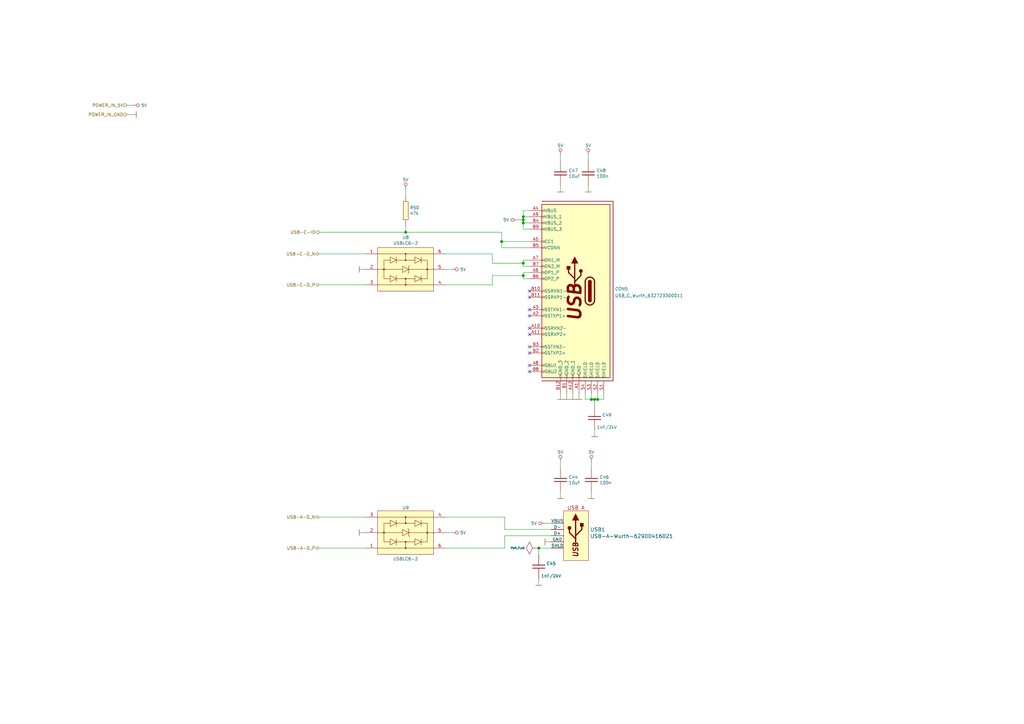
<source format=kicad_sch>
(kicad_sch (version 20211123) (generator eeschema)
  (paper "A3")
  (title_block (title "USB Section") (date "2021-01-13") (rev "V1.0") (company "Embedded System Labs"))
  (lib_symbols
    (symbol "Capacitors_Smd0603:100n" (pin_numbers hide) (pin_names (offset 0.254))
      (property "Reference" "C" (at 1.27 2.54 0))
      (property "Value" "100n" (at 1.27 -2.54 0))
      (symbol "100n_0_1"
        (polyline (pts (xy 2.54 -0.635) (xy -2.54 -0.635) (xy -2.54 -0.635)) (stroke (width 0.3048)))
        (polyline (pts (xy 2.54 0.635) (xy -2.54 0.635) (xy -2.54 0.635)) (stroke (width 0.3048)))
      )
      (symbol "100n_1_1"
        (pin passive line (at 0 5.08 270) (length 4.4704) (name "~") (number "1"))
        (pin passive line (at 0 -5.08 90) (length 4.4704) (name "~") (number "2"))
      )
    )
    (symbol "Capacitors_Smd0603:10uF" (pin_numbers hide) (pin_names (offset 1.016) hide)
      (property "Reference" "C" (at -3.81 0 90))
      (property "Value" "10uF" (at 3.81 0 90))
      (symbol "10uF_1_1"
        (polyline (pts (xy 2.54 -0.635) (xy -2.54 -0.635) (xy -2.54 -0.635)) (stroke (width 0.3048)))
        (polyline (pts (xy 2.54 0.635) (xy -2.54 0.635) (xy -2.54 0.635)) (stroke (width 0.3048)))
        (pin passive line (at 0 5.08 270) (length 4.4704) (name "~") (number "1"))
        (pin passive line (at 0 -5.08 90) (length 4.4704) (name "~") (number "2"))
      )
    )
    (symbol "Capacitors_Smd1206:1nF_2kV_1206" (pin_numbers hide) (pin_names (offset 1.016) hide)
      (property "Reference" "C" (at 1.27 2.54 0))
      (property "Value" "1nF_2kV_1206" (at 7.62 -2.54 0))
      (symbol "1nF_2kV_1206_1_1"
        (polyline (pts (xy 2.54 -0.635) (xy -2.54 -0.635) (xy -2.54 -0.635)) (stroke (width 0.3048)))
        (polyline (pts (xy 2.54 0.635) (xy -2.54 0.635) (xy -2.54 0.635)) (stroke (width 0.3048)))
        (pin input line (at 0 5.08 270) (length 4.4704) (name "~") (number "1"))
        (pin input line (at 0 -5.08 90) (length 4.4704) (name "~") (number "2"))
      )
    )
    (symbol "Resistors_Smd0603:47k" (pin_numbers hide) (pin_names (offset 0))
      (property "Reference" "R" (at 2.032 0 90))
      (property "Value" "47k" (at -2.54 0 90))
      (symbol "47k_0_1"
        (rectangle (start -1.016 3.81) (end 1.016 -3.81) (fill (type background)))
      )
      (symbol "47k_1_1"
        (pin passive line (at 0 6.35 270) (length 2.54) (name "~") (number "1"))
        (pin passive line (at 0 -6.35 90) (length 2.54) (name "~") (number "2"))
      )
    )
    (symbol "USB_Connectors:USB-A-Wurth-62900416021" (pin_numbers hide) (pin_names (offset 0))
      (property "Reference" "USB" (at 0 -11.43 0))
      (property "Value" "USB-A-Wurth-62900416021" (at 0 11.43 0))
      (symbol "USB-A-Wurth-62900416021_0_0"
        (text "USB A" (at 0 11.43 0) (effects (font (size 1.524 1.524))))
      )
      (symbol "USB-A-Wurth-62900416021_1_1"
        (circle (center -2.667 3.175) (radius 0.635) (stroke (width 0.254)) (fill (type outline)))
        (polyline (pts (xy -0.127 -2.54) (xy -0.127 6.35)) (stroke (width 0.508)))
        (polyline (pts (xy -0.127 -1.27) (xy -2.667 1.27) (xy -2.667 2.54)) (stroke (width 0.508)))
        (polyline (pts (xy -0.127 0) (xy 2.413 2.54) (xy 2.413 3.81)) (stroke (width 0.508)))
        (polyline (pts (xy -1.397 6.35) (xy -0.127 8.89) (xy 1.143 6.35) (xy -1.397 6.35)) (stroke (width 0.254)) (fill (type outline)))
        (rectangle (start 1.778 3.81) (end 3.048 5.08) (stroke (width 0.254)) (fill (type outline)))
        (rectangle (start 5.08 -10.16) (end -5.08 10.16) (fill (type background)))
        (text "USB" (at -0.127 -5.715 900) (effects (font (size 2.0066 2.0066) bold italic)))
        (pin power_out line (at -10.16 5.08 0) (length 5.08) (name "VBUS") (number "1"))
        (pin bidirectional line (at -10.16 2.54 0) (length 5.08) (name "D-") (number "2"))
        (pin bidirectional line (at -10.16 0 0) (length 5.08) (name "D+") (number "3"))
        (pin passive line (at -10.16 -2.54 0) (length 5.08) (name "GND") (number "4"))
        (pin input line (at -10.16 -5.08 0) (length 5.08) (name "SHLD") (number "SH"))
      )
    )
    (symbol "USB_Connectors:USB_C_Wurth_632723300011" (pin_names (offset 1.016))
      (property "Reference" "Con" (at 2.54 41.91 0))
      (property "Value" "USB_C_Wurth_632723300011" (at 2.54 39.37 0))
      (symbol "USB_C_Wurth_632723300011_0_1"
        (polyline (pts (xy 13.97 -36.83) (xy -15.24 -36.83) (xy -15.24 36.83) (xy 13.97 36.83)) (stroke (width 0.254)))
      )
      (symbol "USB_C_Wurth_632723300011_1_0"
        (rectangle (start -1.524 -35.56) (end -1.016 -34.544))
        (rectangle (start 1.016 -35.56) (end 1.524 -34.544))
        (rectangle (start 3.556 -35.56) (end 4.064 -34.544))
        (rectangle (start 6.096 -35.56) (end 6.604 -34.544))
        (rectangle (start 13.97 -32.766) (end 12.954 -33.274))
        (rectangle (start 13.97 -30.226) (end 12.954 -30.734))
        (rectangle (start 13.97 -25.146) (end 12.954 -25.654))
        (rectangle (start 13.97 -22.606) (end 12.954 -23.114))
        (rectangle (start 13.97 -17.526) (end 12.954 -18.034))
        (rectangle (start 13.97 -14.986) (end 12.954 -15.494))
        (rectangle (start 13.97 -9.906) (end 12.954 -10.414))
        (rectangle (start 13.97 -7.366) (end 12.954 -7.874))
        (rectangle (start 13.97 -2.286) (end 12.954 -2.794))
        (rectangle (start 13.97 0.254) (end 12.954 -0.254))
        (rectangle (start 13.97 5.334) (end 12.954 4.826))
        (rectangle (start 13.97 7.874) (end 12.954 7.366))
        (rectangle (start 13.97 10.414) (end 12.954 9.906))
        (rectangle (start 13.97 12.954) (end 12.954 12.446))
        (rectangle (start 13.97 18.034) (end 12.954 17.526))
        (rectangle (start 13.97 20.574) (end 12.954 20.066))
        (rectangle (start 13.97 25.654) (end 12.954 25.146))
        (rectangle (start 13.97 28.194) (end 12.954 27.686))
        (rectangle (start 13.97 30.734) (end 12.954 30.226))
        (rectangle (start 13.97 33.274) (end 12.954 32.766))
        (text "USB" (at 0.508 -4.445 900) (effects (font (size 5.08 5.08) bold italic)))
      )
      (symbol "USB_C_Wurth_632723300011_1_1"
        (rectangle (start -13.97 35.56) (end 13.97 -35.56) (stroke (width 0.254)) (fill (type background)))
        (arc (start -7.62 -3.81) (mid -5.715 -5.715) (end -3.81 -3.81) (stroke (width 0.508)))
        (arc (start -6.35 -3.81) (mid -5.715 -4.445) (end -5.08 -3.81) (stroke (width 0.254)))
        (arc (start -6.35 -3.81) (mid -5.715 -4.445) (end -5.08 -3.81) (stroke (width 0.254)) (fill (type outline)))
        (rectangle (start -6.35 -3.81) (end -5.08 3.81) (stroke (width 0.254)) (fill (type outline)))
        (arc (start -5.08 3.81) (mid -5.715 4.445) (end -6.35 3.81) (stroke (width 0.254)))
        (arc (start -5.08 3.81) (mid -5.715 4.445) (end -6.35 3.81) (stroke (width 0.254)) (fill (type outline)))
        (arc (start -3.81 3.81) (mid -5.715 5.715) (end -7.62 3.81) (stroke (width 0.508)))
        (circle (center -2.032 8.255) (radius 0.635) (stroke (width 0.254)) (fill (type outline)))
        (polyline (pts (xy -7.62 -3.81) (xy -7.62 3.81)) (stroke (width 0.508)))
        (polyline (pts (xy -3.81 3.81) (xy -3.81 -3.81)) (stroke (width 0.508)))
        (polyline (pts (xy 0.508 2.54) (xy 0.508 11.43)) (stroke (width 0.508)))
        (polyline (pts (xy 0.508 3.81) (xy -2.032 6.35) (xy -2.032 7.62)) (stroke (width 0.508)))
        (polyline (pts (xy 0.508 5.08) (xy 3.048 7.62) (xy 3.048 8.89)) (stroke (width 0.508)))
        (polyline (pts (xy -0.762 11.43) (xy 0.508 13.97) (xy 1.778 11.43) (xy -0.762 11.43)) (stroke (width 0.254)) (fill (type outline)))
        (rectangle (start 2.413 8.89) (end 3.683 10.16) (stroke (width 0.254)) (fill (type outline)))
        (pin power_in line (at -1.27 -41.91 90) (length 6.35) (name "GND") (number "A1"))
        (pin bidirectional line (at 19.05 -15.24 180) (length 5.08) (name "SSRXN2-") (number "A10"))
        (pin bidirectional line (at 19.05 -17.78 180) (length 5.08) (name "SSRXP2+") (number "A11"))
        (pin power_in line (at 1.27 -41.91 90) (length 6.35) (name "GND_1") (number "A12"))
        (pin bidirectional line (at 19.05 -10.16 180) (length 5.08) (name "SSTXP1+") (number "A2"))
        (pin bidirectional line (at 19.05 -7.62 180) (length 5.08) (name "SSTXN1-") (number "A3"))
        (pin passive line (at 19.05 33.02 180) (length 5.08) (name "VBUS") (number "A4"))
        (pin bidirectional line (at 19.05 20.32 180) (length 5.08) (name "CC1") (number "A5"))
        (pin bidirectional line (at 19.05 7.62 180) (length 5.08) (name "DP1_P") (number "A6"))
        (pin bidirectional line (at 19.05 12.7 180) (length 5.08) (name "DN1_M") (number "A7"))
        (pin bidirectional line (at 19.05 -30.48 180) (length 5.08) (name "SBU1") (number "A8"))
        (pin passive line (at 19.05 30.48 180) (length 5.08) (name "VBUS_1") (number "A9"))
        (pin power_in line (at 3.81 -41.91 90) (length 6.35) (name "GND_2") (number "B1"))
        (pin bidirectional line (at 19.05 0 180) (length 5.08) (name "SSRXN1-") (number "B10"))
        (pin bidirectional line (at 19.05 -2.54 180) (length 5.08) (name "SSRXP1-") (number "B11"))
        (pin power_in line (at 6.35 -41.91 90) (length 6.35) (name "GND_3") (number "B12"))
        (pin bidirectional line (at 19.05 -25.4 180) (length 5.08) (name "SSTXP2+") (number "B2"))
        (pin bidirectional line (at 19.05 -22.86 180) (length 5.08) (name "SSTXN2-") (number "B3"))
        (pin passive line (at 19.05 27.94 180) (length 5.08) (name "VBUS_2") (number "B4"))
        (pin bidirectional line (at 19.05 17.78 180) (length 5.08) (name "VCONN") (number "B5"))
        (pin bidirectional line (at 19.05 5.08 180) (length 5.08) (name "DP2_P") (number "B6"))
        (pin bidirectional line (at 19.05 10.16 180) (length 5.08) (name "DN2_M") (number "B7"))
        (pin bidirectional line (at 19.05 -33.02 180) (length 5.08) (name "SBU2") (number "B8"))
        (pin passive line (at 19.05 25.4 180) (length 5.08) (name "VBUS_3") (number "B9"))
        (pin passive line (at -11.43 -41.91 90) (length 5.08) (name "SHIELD") (number "S1"))
        (pin passive line (at -8.89 -41.91 90) (length 5.08) (name "SHIELD") (number "S2"))
        (pin passive line (at -6.35 -41.91 90) (length 5.08) (name "SHIELD") (number "S3"))
        (pin passive line (at -3.81 -41.91 90) (length 5.08) (name "SHIELD") (number "S4"))
      )
    )
    (symbol "esd_protectors:USBLC6-2" (pin_names (offset 1.016))
      (property "Reference" "U" (at -10.16 15.24 0))
      (property "Value" "USBLC6-2" (at -12.7 12.7 0))
      (symbol "USBLC6-2_0_1"
        (polyline (pts (xy -1.651 1.651) (xy -1.27 1.27)))
        (polyline (pts (xy 1.27 1.27) (xy 1.651 0.889)))
      )
      (symbol "USBLC6-2_1_1"
        (rectangle (start -8.89 11.43) (end 8.89 -11.43) (fill (type background)))
        (circle (center -6.35 0) (radius 0.127))
        (circle (center -6.35 0) (radius 0.254))
        (circle (center -3.81 0) (radius 0.127))
        (circle (center -3.81 0) (radius 0.254))
        (circle (center 0 -8.89) (radius 0.127))
        (circle (center 0 -8.89) (radius 0.254))
        (polyline (pts (xy -6.35 -11.43) (xy -6.35 0)))
        (polyline (pts (xy -3.81 -6.35) (xy -3.81 -8.89)))
        (polyline (pts (xy -3.81 -3.81) (xy -3.81 3.81)))
        (polyline (pts (xy -3.81 6.35) (xy -3.81 8.89)))
        (polyline (pts (xy -2.54 -3.81) (xy -5.08 -3.81)))
        (polyline (pts (xy -2.54 6.35) (xy -5.08 6.35)))
        (polyline (pts (xy 0 -8.89) (xy -3.81 -8.89)))
        (polyline (pts (xy 0 -8.89) (xy 0 -11.43)))
        (polyline (pts (xy 0 -8.89) (xy 3.81 -8.89)))
        (polyline (pts (xy 0 -1.27) (xy 0 -8.89)))
        (polyline (pts (xy 0 1.27) (xy 0 8.89)))
        (polyline (pts (xy 0 8.89) (xy 0 11.43)))
        (polyline (pts (xy 1.27 1.27) (xy -1.27 1.27)))
        (polyline (pts (xy 3.81 -6.35) (xy 3.81 -8.89)))
        (polyline (pts (xy 3.81 3.81) (xy 3.81 -3.81)))
        (polyline (pts (xy 3.81 6.35) (xy 3.81 8.89)))
        (polyline (pts (xy 5.08 -3.81) (xy 2.54 -3.81)))
        (polyline (pts (xy 5.08 6.35) (xy 2.54 6.35)))
        (polyline (pts (xy 6.35 0) (xy 6.35 -11.43)))
        (polyline (pts (xy -6.35 11.43) (xy -6.35 0) (xy -3.81 0)))
        (polyline (pts (xy 3.81 8.89) (xy 0 8.89) (xy -3.81 8.89)))
        (polyline (pts (xy 6.35 11.43) (xy 6.35 0) (xy 3.81 0)))
        (polyline (pts (xy -3.81 -3.81) (xy -5.08 -6.35) (xy -2.54 -6.35) (xy -3.81 -3.81)))
        (polyline (pts (xy -3.81 6.35) (xy -5.08 3.81) (xy -2.54 3.81) (xy -3.81 6.35)))
        (polyline (pts (xy 0 1.27) (xy -1.27 -1.27) (xy 1.27 -1.27) (xy 0 1.27)))
        (polyline (pts (xy 3.81 -3.81) (xy 2.54 -6.35) (xy 5.08 -6.35) (xy 3.81 -3.81)))
        (polyline (pts (xy 3.81 6.35) (xy 2.54 3.81) (xy 5.08 3.81) (xy 3.81 6.35)))
        (circle (center 0 8.89) (radius 0.127))
        (circle (center 0 8.89) (radius 0.2794))
        (circle (center 3.81 0) (radius 0.127))
        (circle (center 3.81 0) (radius 0.254))
        (circle (center 6.35 0) (radius 0.127))
        (circle (center 6.35 0) (radius 0.254))
        (pin input line (at -6.35 -16.51 90) (length 5.08) (name "~") (number "1"))
        (pin power_in line (at 0 -16.51 90) (length 5.08) (name "~") (number "2"))
        (pin input line (at 6.35 -16.51 90) (length 5.08) (name "~") (number "3"))
        (pin input line (at 6.35 16.51 270) (length 5.08) (name "~") (number "4"))
        (pin power_in line (at 0 16.51 270) (length 5.08) (name "~") (number "5"))
        (pin input line (at -6.35 16.51 270) (length 5.08) (name "~") (number "6"))
      )
    )
    (symbol "power:5V_NO_GLOBAL" (pin_names (offset 0))
      (property "Value" "5V_NO_GLOBAL" (at 0 3.81 0))
      (symbol "5V_NO_GLOBAL_0_0"
        (pin power_in line (at 0 0 90) (length 0) hide (name "5V") (number "1"))
      )
      (symbol "5V_NO_GLOBAL_0_1"
        (polyline (pts (xy 0 1.27) (xy 0 0)))
        (circle (center 0 1.905) (radius 0.635))
      )
    )
    (symbol "power:GND" (power) (pin_names (offset 0))
      (symbol "GND_0_1"
        (polyline (pts (xy -1.27 0) (xy 1.27 0)))
      )
      (symbol "GND_1_1"
        (pin power_in line (at 0 0 180) (length 0) hide (name "GND") (number "1"))
      )
    )
    (symbol "power:GND_NO_GLOBAL" (pin_names (offset 0))
      (symbol "GND_NO_GLOBAL_0_1"
        (polyline (pts (xy -1.27 0) (xy 1.27 0)))
      )
      (symbol "GND_NO_GLOBAL_1_1"
        (pin power_in line (at 0 0 180) (length 0) hide (name "GND") (number "1"))
      )
    )
    (symbol "power:PWR_FLAG" (power) (pin_numbers hide) (pin_names (offset 0) hide)
      (property "Value" "PWR_FLAG" (at 0 5.842 0))
      (symbol "PWR_FLAG_0_0"
        (pin power_out line (at 0 0 90) (length 0) (name "pwr") (number "1"))
      )
      (symbol "PWR_FLAG_0_1"
        (polyline (pts (xy 0 0) (xy 0 2.54) (xy 0 2.54)))
        (polyline (pts (xy 0 2.54) (xy -2.54 3.81) (xy 0 5.08) (xy 2.54 3.81) (xy 0 2.54)))
      )
    )
  )
  (junction (at 214.63 107.95) (diameter 1.016))
  (junction (at 243.84 163.83) (diameter 1.016))
  (junction (at 214.63 113.03) (diameter 1.016))
  (junction (at 214.63 88.9) (diameter 1.016))
  (junction (at 245.11 163.83) (diameter 1.016))
  (junction (at 166.37 95.25) (diameter 1.016))
  (junction (at 220.98 224.79) (diameter 1.016))
  (junction (at 242.57 163.83) (diameter 1.016))
  (junction (at 214.63 91.44) (diameter 1.016))
  (junction (at 214.63 90.17) (diameter 1.016))
  (junction (at 205.74 99.06) (diameter 1.016))
  (no_connect (at 217.17 121.92))
  (no_connect (at 217.17 134.62))
  (no_connect (at 217.17 142.24))
  (no_connect (at 217.17 149.86))
  (no_connect (at 217.17 152.4))
  (no_connect (at 217.17 144.78))
  (no_connect (at 217.17 129.54))
  (no_connect (at 217.17 119.38))
  (no_connect (at 217.17 137.16))
  (no_connect (at 217.17 127))
  (wire (pts (xy 205.74 95.25) (xy 205.74 99.06)))
  (wire (pts (xy 226.06 224.79) (xy 220.98 224.79)))
  (wire (pts (xy 229.87 201.93) (xy 229.87 204.47)))
  (wire (pts (xy 242.57 201.93) (xy 242.57 204.47)))
  (wire (pts (xy 245.11 161.29) (xy 245.11 163.83)))
  (wire (pts (xy 217.17 93.98) (xy 214.63 93.98)))
  (wire (pts (xy 207.01 217.17) (xy 207.01 212.09)))
  (wire (pts (xy 149.86 110.49) (xy 147.32 110.49)))
  (wire (pts (xy 185.42 218.44) (xy 182.88 218.44)))
  (wire (pts (xy 217.17 88.9) (xy 214.63 88.9)))
  (wire (pts (xy 229.87 63.5) (xy 229.87 66.04)))
  (wire (pts (xy 247.65 163.83) (xy 245.11 163.83)))
  (wire (pts (xy 226.06 219.71) (xy 207.01 219.71)))
  (wire (pts (xy 241.3 63.5) (xy 241.3 66.04)))
  (wire (pts (xy 201.93 113.03) (xy 201.93 116.84)))
  (wire (pts (xy 214.63 93.98) (xy 214.63 91.44)))
  (wire (pts (xy 149.86 224.79) (xy 130.81 224.79)))
  (wire (pts (xy 207.01 212.09) (xy 182.88 212.09)))
  (wire (pts (xy 243.84 166.37) (xy 243.84 163.83)))
  (wire (pts (xy 242.57 189.23) (xy 242.57 191.77)))
  (wire (pts (xy 205.74 101.6) (xy 205.74 99.06)))
  (wire (pts (xy 217.17 101.6) (xy 205.74 101.6)))
  (wire (pts (xy 212.09 90.17) (xy 214.63 90.17)))
  (wire (pts (xy 149.86 218.44) (xy 147.32 218.44)))
  (wire (pts (xy 207.01 224.79) (xy 182.88 224.79)))
  (wire (pts (xy 166.37 92.71) (xy 166.37 95.25)))
  (wire (pts (xy 214.63 86.36) (xy 217.17 86.36)))
  (wire (pts (xy 229.87 161.29) (xy 229.87 163.83)))
  (wire (pts (xy 234.95 161.29) (xy 234.95 163.83)))
  (wire (pts (xy 220.98 224.79) (xy 220.98 227.33)))
  (wire (pts (xy 217.17 91.44) (xy 214.63 91.44)))
  (wire (pts (xy 214.63 109.22) (xy 217.17 109.22)))
  (wire (pts (xy 185.42 110.49) (xy 182.88 110.49)))
  (wire (pts (xy 229.87 76.2) (xy 229.87 78.74)))
  (wire (pts (xy 242.57 163.83) (xy 240.03 163.83)))
  (wire (pts (xy 245.11 163.83) (xy 243.84 163.83)))
  (wire (pts (xy 214.63 114.3) (xy 217.17 114.3)))
  (wire (pts (xy 229.87 189.23) (xy 229.87 191.77)))
  (wire (pts (xy 214.63 111.76) (xy 214.63 113.03)))
  (wire (pts (xy 226.06 222.25) (xy 223.52 222.25)))
  (wire (pts (xy 149.86 116.84) (xy 130.81 116.84)))
  (wire (pts (xy 149.86 212.09) (xy 130.81 212.09)))
  (wire (pts (xy 214.63 90.17) (xy 214.63 88.9)))
  (wire (pts (xy 214.63 91.44) (xy 214.63 90.17)))
  (wire (pts (xy 166.37 77.47) (xy 166.37 80.01)))
  (wire (pts (xy 54.61 43.18) (xy 52.07 43.18)))
  (wire (pts (xy 205.74 95.25) (xy 166.37 95.25)))
  (wire (pts (xy 201.93 104.14) (xy 201.93 107.95)))
  (wire (pts (xy 241.3 76.2) (xy 241.3 78.74)))
  (wire (pts (xy 247.65 161.29) (xy 247.65 163.83)))
  (wire (pts (xy 207.01 219.71) (xy 207.01 224.79)))
  (wire (pts (xy 217.17 111.76) (xy 214.63 111.76)))
  (wire (pts (xy 149.86 104.14) (xy 130.81 104.14)))
  (wire (pts (xy 201.93 116.84) (xy 182.88 116.84)))
  (wire (pts (xy 243.84 163.83) (xy 242.57 163.83)))
  (wire (pts (xy 237.49 161.29) (xy 237.49 163.83)))
  (wire (pts (xy 243.84 179.07) (xy 243.84 176.53)))
  (wire (pts (xy 226.06 217.17) (xy 207.01 217.17)))
  (wire (pts (xy 214.63 88.9) (xy 214.63 86.36)))
  (wire (pts (xy 52.07 46.99) (xy 55.88 46.99)))
  (wire (pts (xy 240.03 163.83) (xy 240.03 161.29)))
  (wire (pts (xy 223.52 214.63) (xy 226.06 214.63)))
  (wire (pts (xy 205.74 99.06) (xy 217.17 99.06)))
  (wire (pts (xy 232.41 161.29) (xy 232.41 163.83)))
  (wire (pts (xy 220.98 240.03) (xy 220.98 237.49)))
  (wire (pts (xy 242.57 161.29) (xy 242.57 163.83)))
  (wire (pts (xy 182.88 104.14) (xy 201.93 104.14)))
  (wire (pts (xy 217.17 106.68) (xy 214.63 106.68)))
  (wire (pts (xy 214.63 106.68) (xy 214.63 107.95)))
  (wire (pts (xy 166.37 95.25) (xy 130.81 95.25)))
  (wire (pts (xy 214.63 107.95) (xy 214.63 109.22)))
  (wire (pts (xy 214.63 113.03) (xy 201.93 113.03)))
  (wire (pts (xy 214.63 113.03) (xy 214.63 114.3)))
  (wire (pts (xy 201.93 107.95) (xy 214.63 107.95)))
  (hierarchical_label "USB-A-D_N" (shape bidirectional) (at 130.81 212.09 180))
  (hierarchical_label "POWER_IN_GND" (shape input) (at 52.07 46.99 180))
  (hierarchical_label "POWER_IN_5V" (shape input) (at 52.07 43.18 180))
  (hierarchical_label "USB-C-D_P" (shape bidirectional) (at 130.81 116.84 180))
  (hierarchical_label "USB-C-ID" (shape output) (at 130.81 95.25 180))
  (hierarchical_label "USB-C-D_N" (shape bidirectional) (at 130.81 104.14 180))
  (hierarchical_label "USB-A-D_P" (shape bidirectional) (at 130.81 224.79 180))
  (symbol (lib_id "USB_Connectors:USB-A-Wurth-62900416021") (at 236.22 219.71 0) (unit 1)
    (property "Reference" "USB1" (at 242.0112 217.2208 0) (effects (font (size 1.524 1.524)) (justify left)))
    (property "Value" "USB-A-Wurth-62900416021" (at 242.0112 219.9132 0) (effects (font (size 1.524 1.524)) (justify left)))
    (property "Footprint" "Connector_USB:Wurth-62900416021" (effects hide))
    (property "Datasheet" "https://pl.mouser.com/datasheet/2/445/62900416021-1718169.pdf" (effects hide))
    (property "Manufacturer" "Wurth" (effects hide))
    (property "Manufacturer Part Number" "62900416021" (effects hide))
    (property "Supplier" "Mouser" (effects hide))
    (property "Supplier Part Number" "710-62900416021" (effects hide))
    (property "URL" "https://pl.mouser.com/ProductDetail/?qs=7gQLVZk5cPluNNYrEeR0bw==" (effects hide))
    (property "Price@1pc" "8,8" (effects hide))
    (property "Price@1000pcs" "6,16" (effects hide))
    (property "Developer" "MW" (effects hide))
    (property "Package" "USB Type A Connectors SMT" (effects hide))
  )
  (symbol (lib_id "esd_protectors:USBLC6-2") (at 166.37 110.49 270) (unit 1)
    (property "Reference" "U8" (at 166.37 97.409 90))
    (property "Value" "USBLC6-2" (at 166.37 99.7204 90))
    (property "Footprint" "ESD_Protectors:USBLC6-2_SOT23-6L" (effects hide))
    (property "Datasheet" "https://www.tme.eu/Document/db59d28d28a96c34f26d05f234ff409c/USBLC6-2.pdf" (effects hide))
    (property "Manufaturer" "STMicroelectronics" (effects hide))
    (property "Manufacturer Part Number" "USBLC6-2SC6" (effects hide))
    (property "Supplier" "Tme" (effects hide))
    (property "Supplier Part Number" "USBLC6-2SC6" (effects hide))
    (property "URL" "https://www.tme.eu/pl/details/usblc6-2sc6/diody-zabezpieczajace-drabinki/stmicroelectronics/" (effects hide))
    (property "Price@1pc" "0,6367" (effects hide))
    (property "Price@1000pcs" "0,3479" (effects hide))
    (property "Developer" "MW" (effects hide))
    (property "Package" "SOT23-6" (effects hide))
    (property "LCSC Part #(optional)" "C7519" (effects hide))
  )
  (symbol (lib_id "esd_protectors:USBLC6-2") (at 166.37 218.44 270) (mirror x) (unit 1)
    (property "Reference" "U9" (at 166.37 208.28 90))
    (property "Value" "USBLC6-2" (at 166.37 229.2096 90))
    (property "Footprint" "ESD_Protectors:USBLC6-2_SOT23-6L" (effects hide))
    (property "Datasheet" "https://www.tme.eu/Document/db59d28d28a96c34f26d05f234ff409c/USBLC6-2.pdf" (effects hide))
    (property "Manufaturer" "STMicroelectronics" (effects hide))
    (property "Manufacturer Part Number" "USBLC6-2SC6" (effects hide))
    (property "Supplier" "Tme" (effects hide))
    (property "Supplier Part Number" "USBLC6-2SC6" (effects hide))
    (property "URL" "https://www.tme.eu/pl/details/usblc6-2sc6/diody-zabezpieczajace-drabinki/stmicroelectronics/" (effects hide))
    (property "Price@1pc" "0,6367" (effects hide))
    (property "Price@1000pcs" "0,3479" (effects hide))
    (property "Developer" "MW" (effects hide))
    (property "Package" "SOT23-6" (effects hide))
    (property "LCSC Part #(optional)" "C7519" (effects hide))
  )
  (symbol (lib_id "power:GND") (at 147.32 110.49 270) (unit 1)
    (property "Reference" "#PWR0145" (effects hide))
    (property "Value" "GND" (effects hide))
  )
  (symbol (lib_id "power:5V_NO_GLOBAL") (at 185.42 110.49 270) (unit 1)
    (property "Reference" "#PWR82" (effects hide))
    (property "Value" "5V" (at 188.6712 110.5154 90) (effects (justify left)))
  )
  (symbol (lib_id "power:5V_NO_GLOBAL") (at 54.61 43.18 270) (unit 1)
    (property "Reference" "#PWR81" (effects hide))
    (property "Value" "5V" (at 57.8612 43.2054 90) (effects (justify left)))
  )
  (symbol (lib_id "power:GND") (at 55.88 46.99 90) (unit 1)
    (property "Reference" "#PWR0146" (effects hide))
    (property "Value" "GND" (effects hide))
  )
  (symbol (lib_id "power:GND") (at 223.52 222.25 270) (unit 1)
    (property "Reference" "#PWR0147" (effects hide))
    (property "Value" "GND" (effects hide))
  )
  (symbol (lib_id "power:GND") (at 147.32 218.44 270) (unit 1)
    (property "Reference" "#PWR0148" (effects hide))
    (property "Value" "GND" (effects hide))
  )
  (symbol (lib_id "power:PWR_FLAG") (at 220.98 224.79 90) (unit 1)
    (property "Reference" "#FLG0104" (effects hide))
    (property "Value" "PWR_FLAG" (at 215.1888 224.79 90) (effects (font (size 0.762 0.762)) (justify left)))
  )
  (symbol (lib_id "Resistors_Smd0603:47k") (at 166.37 86.36 0) (unit 1)
    (property "Reference" "R50" (at 168.0972 85.1916 0) (effects (justify left)))
    (property "Value" "47k" (at 168.0972 87.503 0) (effects (justify left)))
    (property "Footprint" "Resistor_Smd_0603:47k_0603" (effects hide))
    (property "Datasheet" "https://www.tme.eu/Document/b315665a56acbc42df513c99b390ad98/ROYALOHM-THICKFILM.pdf" (effects hide))
    (property "Manufacturer" "Royal Ohm" (effects hide))
    (property "Manufacturer Part Number" "0603SAF4702T5E" (effects hide))
    (property "Supplier" "Tme" (effects hide))
    (property "Supplier Part Number" "SMD0603-47K-1%" (effects hide))
    (property "URL" "https://www.tme.eu/pl/details/smd0603-47k-1%25/rezystory-smd-0603/royal-ohm/0603saf4702t5e/" (effects hide))
    (property "Price@1pc" "0,03012" (effects hide))
    (property "Price@1000pcs" "0,00813" (effects hide))
    (property "Developer" "MW" (effects hide))
    (property "Package" "0603" (effects hide))
    (property "LCSC Part #(optional)" "C105579" (effects hide))
  )
  (symbol (lib_id "power:5V_NO_GLOBAL") (at 185.42 218.44 270) (unit 1)
    (property "Reference" "#PWR83" (effects hide))
    (property "Value" "5V" (at 188.6712 218.4654 90) (effects (justify left)))
  )
  (symbol (lib_id "power:5V_NO_GLOBAL") (at 166.37 77.47 0) (unit 1)
    (property "Reference" "#PWR171" (effects hide))
    (property "Value" "5V" (at 165.1 73.66 0) (effects (justify left)))
  )
  (symbol (lib_id "power:GND") (at 229.87 163.83 0) (unit 1)
    (property "Reference" "#PWR0149" (effects hide))
    (property "Value" "GND" (effects hide))
  )
  (symbol (lib_id "power:GND") (at 232.41 163.83 0) (unit 1)
    (property "Reference" "#PWR0150" (effects hide))
    (property "Value" "GND" (effects hide))
  )
  (symbol (lib_id "power:GND") (at 234.95 163.83 0) (unit 1)
    (property "Reference" "#PWR0151" (effects hide))
    (property "Value" "GND" (effects hide))
  )
  (symbol (lib_id "power:GND") (at 237.49 163.83 0) (unit 1)
    (property "Reference" "#PWR0152" (effects hide))
    (property "Value" "GND" (effects hide))
  )
  (symbol (lib_id "power:5V_NO_GLOBAL") (at 223.52 214.63 90) (unit 1)
    (property "Reference" "#PWR84" (effects hide))
    (property "Value" "5V" (at 220.2688 214.6046 90) (effects (justify left)))
  )
  (symbol (lib_id "Capacitors_Smd0603:10uF") (at 229.87 196.85 0) (unit 1)
    (property "Reference" "C44" (at 233.1974 195.6816 0) (effects (justify left)))
    (property "Value" "10uF" (at 233.1974 197.993 0) (effects (justify left)))
    (property "Footprint" "Capacitors_Smd_0603:10uF_10V_0603" (effects hide))
    (property "Datasheet" "https://www.tme.eu/Document/08070be221b22b3ff38fe1f90e5753ee/C0603C106M9PACTU.pdf" (effects hide))
    (property "Manufacturer" "KEMET" (effects hide))
    (property "Manufacturer Part Number" "C0603C106M9PACTU" (effects hide))
    (property "Supplier" "TME" (effects hide))
    (property "Supplier Part Number" "C0603C106M9PAC" (effects hide))
    (property "URL" "https://www.tme.eu/pl/details/c0603c106m9pac/kondensatory-mlcc-smd-0603/kemet/c0603c106m9pactu/" (effects hide))
    (property "Price@1pc" "0,81309" (effects hide))
    (property "Price@1000pcs" "0,20713" (effects hide))
    (property "Developer" "MW" (effects hide))
    (property "Package" "0603" (effects hide))
    (property "LCSC Part # (optional)" "C162265" (effects hide))
  )
  (symbol (lib_id "Capacitors_Smd0603:100n") (at 242.57 196.85 0) (unit 1)
    (property "Reference" "C46" (at 245.8974 195.6816 0) (effects (justify left)))
    (property "Value" "100n" (at 245.8974 197.993 0) (effects (justify left)))
    (property "Footprint" "Capacitors_Smd_0603:100nF_0603" (effects hide))
    (property "Datasheet" "Capacitors/Smd_0603/Components_Documentation/KEM_C1005_Y5V_SMD.pdf" (effects hide))
    (property "Manufacturer" "SAMSUNG" (effects hide))
    (property "Manufacturer Part Number" "CL10B104JB8NNNC" (effects hide))
    (property "Supplier" "TME" (effects hide))
    (property "Supplier Part Number" "CL10B104JB8NNNC" (effects hide))
    (property "URL" "https://www.tme.eu/pl/details/cl10b104jb8nnnc/kondensatory-mlcc-smd-0603/samsung/" (effects hide))
    (property "Price@1pc" "0,04540" (effects hide))
    (property "Price@1000pcs" "0,02231" (effects hide))
    (property "Package" "0603" (effects hide))
  )
  (symbol (lib_id "power:GND") (at 229.87 204.47 0) (unit 1)
    (property "Reference" "#PWR0135" (effects hide))
    (property "Value" "GND" (effects hide))
  )
  (symbol (lib_id "power:GND") (at 242.57 204.47 0) (unit 1)
    (property "Reference" "#PWR0136" (effects hide))
    (property "Value" "GND" (effects hide))
  )
  (symbol (lib_id "power:5V_NO_GLOBAL") (at 229.87 189.23 0) (unit 1)
    (property "Reference" "#PWR86" (effects hide))
    (property "Value" "5V" (at 228.6 185.42 0) (effects (justify left)))
  )
  (symbol (lib_id "power:5V_NO_GLOBAL") (at 242.57 189.23 0) (unit 1)
    (property "Reference" "#PWR88" (effects hide))
    (property "Value" "5V" (at 241.3 185.42 0) (effects (justify left)))
  )
  (symbol (lib_id "Capacitors_Smd0603:10uF") (at 229.87 71.12 0) (unit 1)
    (property "Reference" "C47" (at 233.1974 69.9516 0) (effects (justify left)))
    (property "Value" "10uF" (at 233.1974 72.263 0) (effects (justify left)))
    (property "Footprint" "Capacitors_Smd_0603:10uF_10V_0603" (effects hide))
    (property "Datasheet" "https://www.tme.eu/Document/08070be221b22b3ff38fe1f90e5753ee/C0603C106M9PACTU.pdf" (effects hide))
    (property "Manufacturer" "KEMET" (effects hide))
    (property "Manufacturer Part Number" "C0603C106M9PACTU" (effects hide))
    (property "Supplier" "TME" (effects hide))
    (property "Supplier Part Number" "C0603C106M9PAC" (effects hide))
    (property "URL" "https://www.tme.eu/pl/details/c0603c106m9pac/kondensatory-mlcc-smd-0603/kemet/c0603c106m9pactu/" (effects hide))
    (property "Price@1pc" "0,81309" (effects hide))
    (property "Price@1000pcs" "0,20713" (effects hide))
    (property "Developer" "MW" (effects hide))
    (property "Package" "0603" (effects hide))
    (property "LCSC Part # (optional)" "C162265" (effects hide))
  )
  (symbol (lib_id "Capacitors_Smd0603:100n") (at 241.3 71.12 0) (unit 1)
    (property "Reference" "C48" (at 244.6274 69.9516 0) (effects (justify left)))
    (property "Value" "100n" (at 244.6274 72.263 0) (effects (justify left)))
    (property "Footprint" "Capacitors_Smd_0603:100nF_0603" (effects hide))
    (property "Datasheet" "Capacitors/Smd_0603/Components_Documentation/KEM_C1005_Y5V_SMD.pdf" (effects hide))
    (property "Manufacturer" "SAMSUNG" (effects hide))
    (property "Manufacturer Part Number" "CL10B104JB8NNNC" (effects hide))
    (property "Supplier" "TME" (effects hide))
    (property "Supplier Part Number" "CL10B104JB8NNNC" (effects hide))
    (property "URL" "https://www.tme.eu/pl/details/cl10b104jb8nnnc/kondensatory-mlcc-smd-0603/samsung/" (effects hide))
    (property "Price@1pc" "0,04540" (effects hide))
    (property "Price@1000pcs" "0,02231" (effects hide))
    (property "Package" "0603" (effects hide))
  )
  (symbol (lib_id "power:GND") (at 229.87 78.74 0) (unit 1)
    (property "Reference" "#PWR0137" (effects hide))
    (property "Value" "GND" (effects hide))
  )
  (symbol (lib_id "power:GND") (at 241.3 78.74 0) (unit 1)
    (property "Reference" "#PWR0138" (effects hide))
    (property "Value" "GND" (effects hide))
  )
  (symbol (lib_id "power:5V_NO_GLOBAL") (at 229.87 63.5 0) (unit 1)
    (property "Reference" "#PWR89" (effects hide))
    (property "Value" "5V" (at 228.6 59.69 0) (effects (justify left)))
  )
  (symbol (lib_id "power:5V_NO_GLOBAL") (at 241.3 63.5 0) (unit 1)
    (property "Reference" "#PWR90" (effects hide))
    (property "Value" "5V" (at 240.03 59.69 0) (effects (justify left)))
  )
  (symbol (lib_id "power:5V_NO_GLOBAL") (at 212.09 90.17 90) (unit 1)
    (property "Reference" "#PWR85" (effects hide))
    (property "Value" "5V" (at 208.8388 90.1446 90) (effects (justify left)))
  )
  (symbol (lib_id "power:GND_NO_GLOBAL") (at 243.84 179.07 180) (unit 1)
    (property "Reference" "#PWR91" (effects hide))
    (property "Value" "GND_NO_GLOBAL" (effects hide))
  )
  (symbol (lib_id "Capacitors_Smd1206:1nF_2kV_1206") (at 243.84 171.45 180) (unit 1)
    (property "Reference" "C49" (at 248.92 170.18 0))
    (property "Value" "1nF/2kV" (at 248.92 175.26 0))
    (property "Footprint" "Capacitors_Smd_1206:1nF_2kV_1206" (effects hide))
    (property "Datasheet" "Capacitors/Smd_1206/Components_Documentation/1nF_2kV_1206.pdf" (effects hide))
    (property "Manufacturer" "YAGEO" (effects hide))
    (property "Manufacturer Part Number" "CC1206KKX7RDBB102" (effects hide))
    (property "Supplier" "TME" (effects hide))
    (property "Supplier Part Number" "CC1206KKX7RD102" (effects hide))
    (property "URL" "https://www.tme.eu/pl/details/cc1206kkx7rd102/kondensatory-mlcc-smd-1206/yageo/cc1206kkx7rdbb102/" (effects hide))
    (property "Price@1pc" "0,70900" (effects hide))
    (property "Price@1000pcs" "0,15913" (effects hide))
    (property "Developer" "WP" (effects hide))
    (property "Package" "1206" (effects hide))
  )
  (symbol (lib_id "power:GND_NO_GLOBAL") (at 220.98 240.03 180) (unit 1)
    (property "Reference" "#PWR87" (effects hide))
    (property "Value" "GND_NO_GLOBAL" (effects hide))
  )
  (symbol (lib_id "Capacitors_Smd1206:1nF_2kV_1206") (at 220.98 232.41 180) (unit 1)
    (property "Reference" "C45" (at 226.06 231.14 0))
    (property "Value" "1nF/2kV" (at 226.06 236.22 0))
    (property "Footprint" "Capacitors_Smd_1206:1nF_2kV_1206" (effects hide))
    (property "Datasheet" "Capacitors/Smd_1206/Components_Documentation/1nF_2kV_1206.pdf" (effects hide))
    (property "Manufacturer" "YAGEO" (effects hide))
    (property "Manufacturer Part Number" "CC1206KKX7RDBB102" (effects hide))
    (property "Supplier" "TME" (effects hide))
    (property "Supplier Part Number" "CC1206KKX7RD102" (effects hide))
    (property "URL" "https://www.tme.eu/pl/details/cc1206kkx7rd102/kondensatory-mlcc-smd-1206/yageo/cc1206kkx7rdbb102/" (effects hide))
    (property "Price@1pc" "0,70900" (effects hide))
    (property "Price@1000pcs" "0,15913" (effects hide))
    (property "Developer" "WP" (effects hide))
    (property "Package" "1206" (effects hide))
  )
  (symbol (lib_id "USB_Connectors:USB_C_Wurth_632723300011") (at 236.22 119.38 0) (mirror y) (unit 1)
    (property "Reference" "CON5" (at 252.222 118.4715 0) (effects (justify right)))
    (property "Value" "USB_C_Wurth_632723300011" (at 252.222 121.2466 0) (effects (justify right)))
    (property "Footprint" "Connector_USB:632723300011" (effects hide))
    (property "Datasheet" "https://pl.mouser.com/datasheet/2/445/632723300011-1718173.pdf" (effects hide))
    (property "Manufacturer" "Wurth Elektronik" (effects hide))
    (property "Manufacturer Part Number" "632723300011" (effects hide))
    (property "Supplier" "Mouser" (effects hide))
    (property "Supplier Part Number" "710-632723300011" (effects hide))
    (property "URL" "https://pl.mouser.com/ProductDetail/Wurth-Elektronik/632723300011?qs=NK6InXoXhq4%252B5eM1PePLPg%3D%3D" (effects hide))
    (property "Price@1pc" "17,55" (effects hide))
    (property "Price@1000pcs" "11,70" (effects hide))
    (property "Developer" "MW" (effects hide))
    (property "Package" "USB C" (effects hide))
  )
)
</source>
